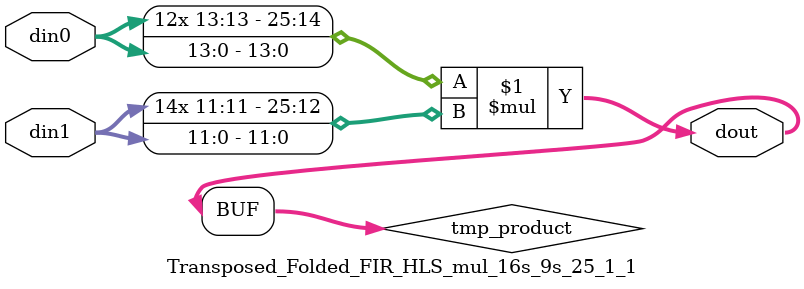
<source format=v>

`timescale 1 ns / 1 ps

 module Transposed_Folded_FIR_HLS_mul_16s_9s_25_1_1(din0, din1, dout);
parameter ID = 1;
parameter NUM_STAGE = 0;
parameter din0_WIDTH = 14;
parameter din1_WIDTH = 12;
parameter dout_WIDTH = 26;

input [din0_WIDTH - 1 : 0] din0; 
input [din1_WIDTH - 1 : 0] din1; 
output [dout_WIDTH - 1 : 0] dout;

wire signed [dout_WIDTH - 1 : 0] tmp_product;



























assign tmp_product = $signed(din0) * $signed(din1);








assign dout = tmp_product;





















endmodule

</source>
